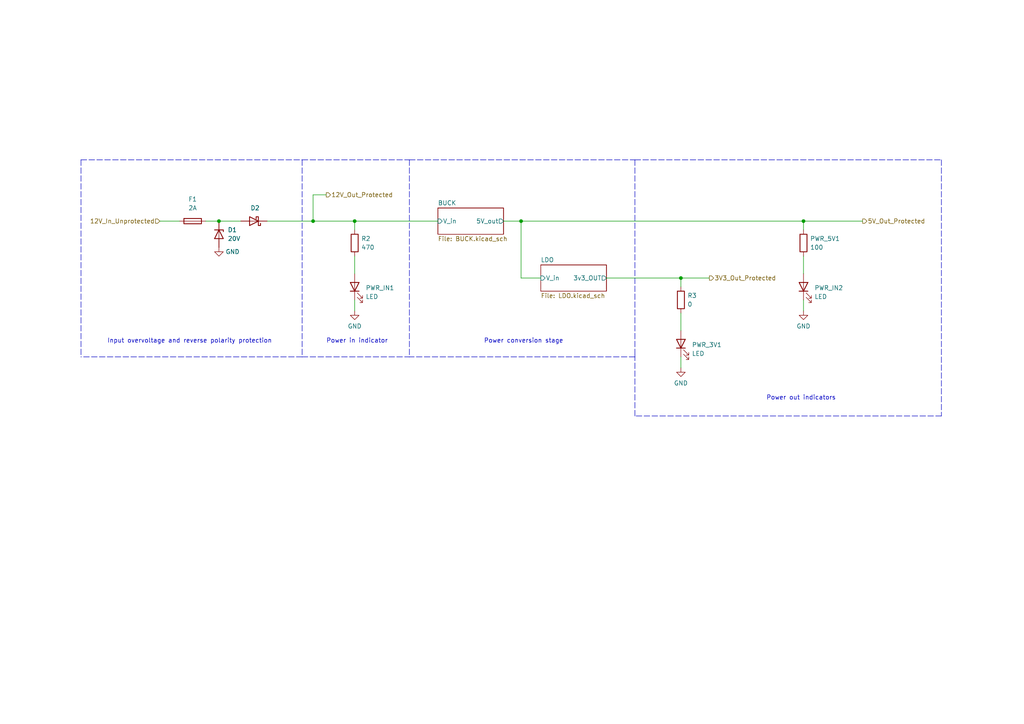
<source format=kicad_sch>
(kicad_sch (version 20211123) (generator eeschema)
  (paper "A4")
  (lib_symbols
    (symbol "Device:D_Schottky" (pin_numbers hide) (pin_names (offset 1.016) hide)
      (property "Reference" "D" (at 0 2.54 0))
      (property "Value" "D_Schottky" (at 0 -2.54 0))
      (symbol "D_Schottky_0_1"
        (polyline (pts (xy 1.27 0) (xy -1.27 0)))
        (polyline (pts (xy 1.27 1.27) (xy 1.27 -1.27) (xy -1.27 0) (xy 1.27 1.27)) (stroke (width 0.254)))
        (polyline (pts (xy -1.905 0.635) (xy -1.905 1.27) (xy -1.27 1.27) (xy -1.27 -1.27) (xy -0.635 -1.27) (xy -0.635 -0.635)) (stroke (width 0.254)))
      )
      (symbol "D_Schottky_1_1"
        (pin passive line (at -3.81 0 0) (length 2.54) (name "K") (number "1"))
        (pin passive line (at 3.81 0 180) (length 2.54) (name "A") (number "2"))
      )
    )
    (symbol "Device:D_Zener" (pin_numbers hide) (pin_names (offset 1.016) hide)
      (property "Reference" "D" (at 0 2.54 0))
      (property "Value" "D_Zener" (at 0 -2.54 0))
      (symbol "D_Zener_0_1"
        (polyline (pts (xy 1.27 0) (xy -1.27 0)))
        (polyline (pts (xy -1.27 -1.27) (xy -1.27 1.27) (xy -0.762 1.27)) (stroke (width 0.254)))
        (polyline (pts (xy 1.27 -1.27) (xy 1.27 1.27) (xy -1.27 0) (xy 1.27 -1.27)) (stroke (width 0.254)))
      )
      (symbol "D_Zener_1_1"
        (pin passive line (at -3.81 0 0) (length 2.54) (name "K") (number "1"))
        (pin passive line (at 3.81 0 180) (length 2.54) (name "A") (number "2"))
      )
    )
    (symbol "Device:Fuse" (pin_numbers hide) (pin_names (offset 0))
      (property "Reference" "F" (at 2.032 0 90))
      (property "Value" "Fuse" (at -1.905 0 90))
      (symbol "Fuse_0_1"
        (rectangle (start -0.762 -2.54) (end 0.762 2.54) (stroke (width 0.254)))
        (polyline (pts (xy 0 2.54) (xy 0 -2.54)))
      )
      (symbol "Fuse_1_1"
        (pin passive line (at 0 3.81 270) (length 1.27) (name "~") (number "1"))
        (pin passive line (at 0 -3.81 90) (length 1.27) (name "~") (number "2"))
      )
    )
    (symbol "Device:LED" (pin_numbers hide) (pin_names (offset 1.016) hide)
      (property "Reference" "D" (at 0 2.54 0))
      (property "Value" "LED" (at 0 -2.54 0))
      (symbol "LED_0_1"
        (polyline (pts (xy -1.27 -1.27) (xy -1.27 1.27)) (stroke (width 0.254)))
        (polyline (pts (xy -1.27 0) (xy 1.27 0)))
        (polyline (pts (xy 1.27 -1.27) (xy 1.27 1.27) (xy -1.27 0) (xy 1.27 -1.27)) (stroke (width 0.254)))
        (polyline (pts (xy -3.048 -0.762) (xy -4.572 -2.286) (xy -3.81 -2.286) (xy -4.572 -2.286) (xy -4.572 -1.524)))
        (polyline (pts (xy -1.778 -0.762) (xy -3.302 -2.286) (xy -2.54 -2.286) (xy -3.302 -2.286) (xy -3.302 -1.524)))
      )
      (symbol "LED_1_1"
        (pin passive line (at -3.81 0 0) (length 2.54) (name "K") (number "1"))
        (pin passive line (at 3.81 0 180) (length 2.54) (name "A") (number "2"))
      )
    )
    (symbol "Device:R" (pin_numbers hide) (pin_names (offset 0))
      (property "Reference" "R" (at 2.032 0 90))
      (property "Value" "R" (at 0 0 90))
      (symbol "R_0_1"
        (rectangle (start -1.016 -2.54) (end 1.016 2.54) (stroke (width 0.254)))
      )
      (symbol "R_1_1"
        (pin passive line (at 0 3.81 270) (length 1.27) (name "~") (number "1"))
        (pin passive line (at 0 -3.81 90) (length 1.27) (name "~") (number "2"))
      )
    )
    (symbol "power:GND" (power) (pin_names (offset 0))
      (property "Value" "GND" (at 0 -3.81 0))
      (symbol "GND_0_1"
        (polyline (pts (xy 0 0) (xy 0 -1.27) (xy 1.27 -1.27) (xy 0 -2.54) (xy -1.27 -1.27) (xy 0 -1.27)))
      )
      (symbol "GND_1_1"
        (pin power_in line (at 0 0 270) (length 0) hide (name "GND") (number "1"))
      )
    )
  )
  (junction (at 90.805 64.135))
  (junction (at 102.87 64.135))
  (junction (at 197.485 80.645))
  (junction (at 63.5 64.135))
  (junction (at 233.045 64.135))
  (junction (at 151.13 64.135))
  (wire (pts (xy 46.355 64.135) (xy 52.07 64.135)))
  (wire (pts (xy 146.05 64.135) (xy 151.13 64.135)))
  (wire (pts (xy 102.87 64.135) (xy 102.87 66.675)))
  (wire (pts (xy 233.045 64.135) (xy 250.19 64.135)))
  (wire (pts (xy 151.13 64.135) (xy 151.13 80.645)))
  (polyline (pts (xy 23.495 46.355) (xy 23.495 103.505)))
  (wire (pts (xy 233.045 86.995) (xy 233.045 90.17)))
  (polyline (pts (xy 87.63 103.505) (xy 118.745 103.505)))
  (polyline (pts (xy 87.63 46.355) (xy 87.63 103.505)))
  (wire (pts (xy 197.485 90.805) (xy 197.485 95.885)))
  (wire (pts (xy 197.485 103.505) (xy 197.485 106.68)))
  (polyline (pts (xy 184.15 103.505) (xy 118.745 103.505)))
  (wire (pts (xy 90.805 64.135) (xy 102.87 64.135)))
  (wire (pts (xy 175.895 80.645) (xy 197.485 80.645)))
  (polyline (pts (xy 118.745 46.355) (xy 184.15 46.355)))
  (wire (pts (xy 151.13 80.645) (xy 156.845 80.645)))
  (polyline (pts (xy 273.05 46.355) (xy 273.05 120.65)))
  (polyline (pts (xy 87.63 46.355) (xy 118.745 46.355)))
  (wire (pts (xy 102.87 74.295) (xy 102.87 79.375)))
  (polyline (pts (xy 273.05 120.65) (xy 184.15 120.65)))
  (polyline (pts (xy 184.15 120.65) (xy 184.15 102.87)))
  (polyline (pts (xy 23.495 46.355) (xy 87.63 46.355)))
  (polyline (pts (xy 184.15 46.355) (xy 273.05 46.355)))
  (polyline (pts (xy 87.63 103.505) (xy 23.495 103.505)))
  (wire (pts (xy 233.045 74.295) (xy 233.045 79.375)))
  (wire (pts (xy 102.87 86.995) (xy 102.87 90.17)))
  (polyline (pts (xy 184.15 46.355) (xy 184.15 103.505)))
  (wire (pts (xy 63.5 64.135) (xy 69.85 64.135)))
  (wire (pts (xy 233.045 64.135) (xy 233.045 66.675)))
  (wire (pts (xy 94.615 56.515) (xy 90.805 56.515)))
  (polyline (pts (xy 118.745 46.355) (xy 118.745 103.505)))
  (wire (pts (xy 77.47 64.135) (xy 90.805 64.135)))
  (wire (pts (xy 102.87 64.135) (xy 127 64.135)))
  (wire (pts (xy 197.485 80.645) (xy 205.74 80.645)))
  (wire (pts (xy 59.69 64.135) (xy 63.5 64.135)))
  (wire (pts (xy 90.805 56.515) (xy 90.805 64.135)))
  (wire (pts (xy 197.485 80.645) (xy 197.485 83.185)))
  (wire (pts (xy 151.13 64.135) (xy 233.045 64.135)))
  (text "Power conversion stage" (at 140.335 99.695 0) (effects (font (size 1.27 1.27)) (justify left bottom)))
  (text "Power out indicators" (at 222.25 116.205 0) (effects (font (size 1.27 1.27)) (justify left bottom)))
  (text "Power in indicator" (at 94.615 99.695 0) (effects (font (size 1.27 1.27)) (justify left bottom)))
  (text "Input overvoltage and reverse polarity protection" (at 31.115 99.695 0) (effects (font (size 1.27 1.27)) (justify left bottom)))
  (hierarchical_label "12V_In_Unprotected" (shape input) (at 46.355 64.135 180))
  (hierarchical_label "12V_Out_Protected" (shape output) (at 94.615 56.515 0))
  (hierarchical_label "3V3_Out_Protected" (shape output) (at 205.74 80.645 0))
  (hierarchical_label "5V_Out_Protected" (shape output) (at 250.19 64.135 0))
  (symbol (lib_id "power:GND") (at 197.485 106.68 0) (unit 1)
    (property "Reference" "#PWR018" (effects hide))
    (property "Value" "GND" (at 197.485 111.125 0))
  )
  (symbol (lib_id "power:GND") (at 233.045 90.17 0) (unit 1)
    (property "Reference" "#PWR019" (effects hide))
    (property "Value" "GND" (at 233.045 94.615 0))
  )
  (symbol (lib_id "Device:R") (at 233.045 70.485 0) (unit 1)
    (property "Reference" "PWR_5V1" (at 234.95 69.2149 0) (effects (justify left)))
    (property "Value" "100" (at 234.95 71.7549 0) (effects (justify left)))
    (property "Footprint" "Resistor_SMD:R_0603_1608Metric_Pad0.98x0.95mm_HandSolder" (effects hide))
  )
  (symbol (lib_id "Device:R") (at 102.87 70.485 0) (unit 1)
    (property "Reference" "R2" (at 104.775 69.2149 0) (effects (justify left)))
    (property "Value" "470" (at 104.775 71.7549 0) (effects (justify left)))
    (property "Footprint" "Resistor_SMD:R_0603_1608Metric_Pad0.98x0.95mm_HandSolder" (effects hide))
  )
  (symbol (lib_id "power:GND") (at 63.5 71.755 0) (unit 1)
    (property "Reference" "#PWR016" (effects hide))
    (property "Value" "GND" (at 65.405 73.0249 0) (effects (justify left)))
  )
  (symbol (lib_id "Device:LED") (at 102.87 83.185 90) (unit 1)
    (property "Reference" "PWR_IN1" (at 106.045 83.5024 90) (effects (justify right)))
    (property "Value" "LED" (at 106.045 86.0424 90) (effects (justify right)))
    (property "Footprint" "LED_SMD:LED_0603_1608Metric_Pad1.05x0.95mm_HandSolder" (effects hide))
    (property "Datasheet" "https://datasheet.lcsc.com/lcsc/1811101510_Everlight-Elec-19-217-GHC-YR1S2-3T_C72043.pdf" (effects hide))
  )
  (symbol (lib_id "Device:LED") (at 197.485 99.695 90) (unit 1)
    (property "Reference" "PWR_3V1" (at 200.66 100.0124 90) (effects (justify right)))
    (property "Value" "LED" (at 200.66 102.5524 90) (effects (justify right)))
    (property "Footprint" "LED_SMD:LED_0603_1608Metric_Pad1.05x0.95mm_HandSolder" (effects hide))
    (property "Datasheet" "https://datasheet.lcsc.com/lcsc/1811101510_Everlight-Elec-19-217-GHC-YR1S2-3T_C72043.pdf" (effects hide))
  )
  (symbol (lib_id "Device:D_Schottky") (at 73.66 64.135 180) (unit 1)
    (property "Reference" "D2" (at 73.9775 60.325 0))
    (property "Value" "0.7dV" (effects hide))
    (property "Footprint" "Diode_SMD:D_0603_1608Metric_Pad1.05x0.95mm_HandSolder" (effects hide))
  )
  (symbol (lib_id "Device:R") (at 197.485 86.995 0) (unit 1)
    (property "Reference" "R3" (at 199.39 85.7249 0) (effects (justify left)))
    (property "Value" "0" (at 199.39 88.2649 0) (effects (justify left)))
    (property "Footprint" "Resistor_SMD:R_0603_1608Metric_Pad0.98x0.95mm_HandSolder" (effects hide))
  )
  (symbol (lib_id "power:GND") (at 102.87 90.17 0) (unit 1)
    (property "Reference" "#PWR017" (effects hide))
    (property "Value" "GND" (at 102.87 94.615 0))
  )
  (symbol (lib_id "Device:Fuse") (at 55.88 64.135 270) (unit 1)
    (property "Reference" "F1" (at 55.88 57.785 90))
    (property "Value" "2A" (at 55.88 60.325 90))
    (property "Footprint" "Fuse:Fuse_0603_1608Metric_Pad1.05x0.95mm_HandSolder" (effects hide))
  )
  (symbol (lib_id "Device:LED") (at 233.045 83.185 90) (unit 1)
    (property "Reference" "PWR_IN2" (at 236.22 83.5024 90) (effects (justify right)))
    (property "Value" "LED" (at 236.22 86.0424 90) (effects (justify right)))
    (property "Footprint" "LED_SMD:LED_0603_1608Metric_Pad1.05x0.95mm_HandSolder" (effects hide))
    (property "Datasheet" "https://datasheet.lcsc.com/lcsc/1811101510_Everlight-Elec-19-217-GHC-YR1S2-3T_C72043.pdf" (effects hide))
  )
  (symbol (lib_id "Device:D_Zener") (at 63.5 67.945 270) (unit 1)
    (property "Reference" "D1" (at 66.04 66.6749 90) (effects (justify left)))
    (property "Value" "20V" (at 66.04 69.2149 90) (effects (justify left)))
    (property "Footprint" "Diode_SMD:D_0603_1608Metric_Pad1.05x0.95mm_HandSolder" (effects hide))
  )
  (sheet (at 127 60.325) (size 19.05 7.62) (stroke (width 0.1524))
    (property "Sheet name" "BUCK" (at 127 59.6134 0) (effects (justify left bottom)))
    (property "Sheet file" "BUCK.kicad_sch" (at 127 68.5296 0) (effects (justify left top)))
    (pin "V_in" input (at 127 64.135 180))
    (pin "5V_out" output (at 146.05 64.135 0))
  )
  (sheet (at 156.845 76.835) (size 19.05 7.62) (stroke (width 0.1524))
    (property "Sheet name" "LDO" (at 156.845 76.1234 0) (effects (justify left bottom)))
    (property "Sheet file" "LDO.kicad_sch" (at 156.845 85.0396 0) (effects (justify left top)))
    (pin "V_in" input (at 156.845 80.645 180))
    (pin "3v3_OUT" output (at 175.895 80.645 0))
  )
)
</source>
